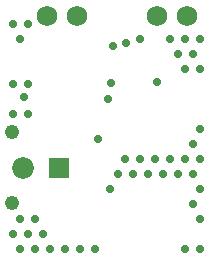
<source format=gbs>
G04*
G04 #@! TF.GenerationSoftware,Altium Limited,Altium Designer,22.5.1 (42)*
G04*
G04 Layer_Color=16711935*
%FSLAX25Y25*%
%MOIN*%
G70*
G04*
G04 #@! TF.SameCoordinates,3A988065-C8E6-409E-8F77-962EE0EB2120*
G04*
G04*
G04 #@! TF.FilePolarity,Negative*
G04*
G01*
G75*
%ADD20C,0.06800*%
%ADD21C,0.04816*%
%ADD22C,0.07237*%
%ADD23R,0.07032X0.07032*%
%ADD24C,0.02800*%
D20*
X21500Y87500D02*
D03*
X31500D02*
D03*
X58000D02*
D03*
X68000D02*
D03*
D21*
X9791Y25189D02*
D03*
Y48811D02*
D03*
D22*
X13492Y37000D02*
D03*
D23*
X25303D02*
D03*
D24*
X62500Y40000D02*
D03*
X10000Y55000D02*
D03*
X52500Y40000D02*
D03*
X57500D02*
D03*
X62500Y80000D02*
D03*
X10000Y65000D02*
D03*
X12500Y10000D02*
D03*
X67500D02*
D03*
X72500Y70000D02*
D03*
Y30000D02*
D03*
Y80000D02*
D03*
X17500Y20000D02*
D03*
X10000Y15000D02*
D03*
X17500Y10000D02*
D03*
X72500Y20000D02*
D03*
X22500Y10000D02*
D03*
X70000Y35000D02*
D03*
X67500Y80000D02*
D03*
X60000Y35000D02*
D03*
X65000D02*
D03*
X70000Y25000D02*
D03*
X42500Y30000D02*
D03*
X10000Y85000D02*
D03*
X50000Y35000D02*
D03*
X15000Y15000D02*
D03*
X37500Y10000D02*
D03*
X15000Y65000D02*
D03*
X67500Y70000D02*
D03*
X72500Y10000D02*
D03*
X70000Y75000D02*
D03*
X20000Y15000D02*
D03*
X72500Y50000D02*
D03*
X52500Y80000D02*
D03*
X15000Y85000D02*
D03*
X12500Y80000D02*
D03*
X72500Y40000D02*
D03*
X45000Y35000D02*
D03*
X27500Y10000D02*
D03*
X47500Y40000D02*
D03*
X55000Y35000D02*
D03*
X12500Y20000D02*
D03*
X67500Y40000D02*
D03*
X32500Y10000D02*
D03*
X65000Y75000D02*
D03*
X15000Y55000D02*
D03*
X70000Y45000D02*
D03*
X43500Y77500D02*
D03*
X47682Y78567D02*
D03*
X13563Y60563D02*
D03*
X42682Y65067D02*
D03*
X41691Y60000D02*
D03*
X58000Y65500D02*
D03*
X38500Y46691D02*
D03*
M02*

</source>
